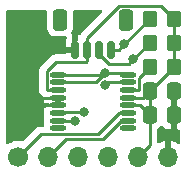
<source format=gbr>
%TF.GenerationSoftware,KiCad,Pcbnew,(6.0.5)*%
%TF.CreationDate,2022-06-11T16:37:02-05:00*%
%TF.ProjectId,ADS1219,41445331-3231-4392-9e6b-696361645f70,rev?*%
%TF.SameCoordinates,Original*%
%TF.FileFunction,Copper,L1,Top*%
%TF.FilePolarity,Positive*%
%FSLAX46Y46*%
G04 Gerber Fmt 4.6, Leading zero omitted, Abs format (unit mm)*
G04 Created by KiCad (PCBNEW (6.0.5)) date 2022-06-11 16:37:02*
%MOMM*%
%LPD*%
G01*
G04 APERTURE LIST*
G04 Aperture macros list*
%AMRoundRect*
0 Rectangle with rounded corners*
0 $1 Rounding radius*
0 $2 $3 $4 $5 $6 $7 $8 $9 X,Y pos of 4 corners*
0 Add a 4 corners polygon primitive as box body*
4,1,4,$2,$3,$4,$5,$6,$7,$8,$9,$2,$3,0*
0 Add four circle primitives for the rounded corners*
1,1,$1+$1,$2,$3*
1,1,$1+$1,$4,$5*
1,1,$1+$1,$6,$7*
1,1,$1+$1,$8,$9*
0 Add four rect primitives between the rounded corners*
20,1,$1+$1,$2,$3,$4,$5,0*
20,1,$1+$1,$4,$5,$6,$7,0*
20,1,$1+$1,$6,$7,$8,$9,0*
20,1,$1+$1,$8,$9,$2,$3,0*%
G04 Aperture macros list end*
%TA.AperFunction,SMDPad,CuDef*%
%ADD10O,1.400000X0.449999*%
%TD*%
%TA.AperFunction,SMDPad,CuDef*%
%ADD11RoundRect,0.150000X-0.150000X-0.625000X0.150000X-0.625000X0.150000X0.625000X-0.150000X0.625000X0*%
%TD*%
%TA.AperFunction,SMDPad,CuDef*%
%ADD12RoundRect,0.250000X-0.350000X-0.650000X0.350000X-0.650000X0.350000X0.650000X-0.350000X0.650000X0*%
%TD*%
%TA.AperFunction,SMDPad,CuDef*%
%ADD13RoundRect,0.250000X0.350000X0.450000X-0.350000X0.450000X-0.350000X-0.450000X0.350000X-0.450000X0*%
%TD*%
%TA.AperFunction,SMDPad,CuDef*%
%ADD14RoundRect,0.250000X0.337500X0.475000X-0.337500X0.475000X-0.337500X-0.475000X0.337500X-0.475000X0*%
%TD*%
%TA.AperFunction,ComponentPad*%
%ADD15C,1.700000*%
%TD*%
%TA.AperFunction,ComponentPad*%
%ADD16O,1.700000X1.700000*%
%TD*%
%TA.AperFunction,SMDPad,CuDef*%
%ADD17RoundRect,0.250000X-0.337500X-0.475000X0.337500X-0.475000X0.337500X0.475000X-0.337500X0.475000X0*%
%TD*%
%TA.AperFunction,ViaPad*%
%ADD18C,0.800000*%
%TD*%
%TA.AperFunction,Conductor*%
%ADD19C,0.250000*%
%TD*%
G04 APERTURE END LIST*
D10*
%TO.P,U1,1,A0*%
%TO.N,/SCL*%
X168500016Y-82180001D03*
%TO.P,U1,2,A1*%
X168500016Y-82830002D03*
%TO.P,U1,3,RESET_N*%
%TO.N,+3V3*%
X168500016Y-83480001D03*
%TO.P,U1,4,DGND*%
%TO.N,GND*%
X168500016Y-84130002D03*
%TO.P,U1,5,AVSS*%
X168500016Y-84780001D03*
%TO.P,U1,6,AIN3*%
%TO.N,/AIN3*%
X168500016Y-85430002D03*
%TO.P,U1,7,AIN2*%
%TO.N,/AIN2*%
X168500016Y-86080001D03*
%TO.P,U1,8,REFN*%
%TO.N,unconnected-(U1-Pad8)*%
X168500016Y-86730002D03*
%TO.P,U1,9,REFP*%
%TO.N,unconnected-(U1-Pad9)*%
X174400017Y-86730002D03*
%TO.P,U1,10,AIN1*%
%TO.N,/AIN1*%
X174400017Y-86080001D03*
%TO.P,U1,11,AIN0*%
%TO.N,/AIN0*%
X174400017Y-85430002D03*
%TO.P,U1,12,AVDD*%
%TO.N,+3V3*%
X174400017Y-84780001D03*
%TO.P,U1,13,DVDD*%
X174400017Y-84130002D03*
%TO.P,U1,14,DRDY_N*%
%TO.N,Net-(R2-Pad2)*%
X174400017Y-83480001D03*
%TO.P,U1,15,SDA*%
%TO.N,/SDA*%
X174400017Y-82830002D03*
%TO.P,U1,16,SCL*%
%TO.N,/SCL*%
X174400017Y-82180001D03*
%TD*%
D11*
%TO.P,J1,1,Pin_1*%
%TO.N,GND*%
X169950000Y-80065000D03*
%TO.P,J1,2,Pin_2*%
%TO.N,+3V3*%
X170950000Y-80065000D03*
%TO.P,J1,3,Pin_3*%
%TO.N,/SDA*%
X171950000Y-80065000D03*
%TO.P,J1,4,Pin_4*%
%TO.N,/SCL*%
X172950000Y-80065000D03*
D12*
%TO.P,J1,MP*%
%TO.N,N/C*%
X168650000Y-77540000D03*
X174250000Y-77540000D03*
%TD*%
D13*
%TO.P,R3,1*%
%TO.N,+3V3*%
X178292000Y-77470000D03*
%TO.P,R3,2*%
%TO.N,/SCL*%
X176292000Y-77470000D03*
%TD*%
D14*
%TO.P,C1,1*%
%TO.N,GND*%
X178329500Y-83566000D03*
%TO.P,C1,2*%
%TO.N,+3V3*%
X176254500Y-83566000D03*
%TD*%
D13*
%TO.P,R2,1*%
%TO.N,+3V3*%
X178292000Y-81534000D03*
%TO.P,R2,2*%
%TO.N,Net-(R2-Pad2)*%
X176292000Y-81534000D03*
%TD*%
%TO.P,R1,1*%
%TO.N,+3V3*%
X178292000Y-79502000D03*
%TO.P,R1,2*%
%TO.N,/SDA*%
X176292000Y-79502000D03*
%TD*%
D15*
%TO.P,J2,1,Pin_1*%
%TO.N,/AIN0*%
X165100000Y-89154000D03*
D16*
%TO.P,J2,2,Pin_2*%
%TO.N,/AIN1*%
X167640000Y-89154000D03*
%TO.P,J2,3,Pin_3*%
%TO.N,/AIN2*%
X170180000Y-89154000D03*
%TO.P,J2,4,Pin_4*%
%TO.N,/AIN3*%
X172720000Y-89154000D03*
%TO.P,J2,5,Pin_5*%
%TO.N,+3V3*%
X175260000Y-89154000D03*
%TO.P,J2,6,Pin_6*%
%TO.N,GND*%
X177800000Y-89154000D03*
%TD*%
D17*
%TO.P,C2,1*%
%TO.N,+3V3*%
X176254500Y-85598000D03*
%TO.P,C2,2*%
%TO.N,GND*%
X178329500Y-85598000D03*
%TD*%
D18*
%TO.N,GND*%
X166624000Y-84328000D03*
%TO.N,/SDA*%
X174887000Y-80907000D03*
X172466000Y-83058000D03*
%TO.N,/SCL*%
X174125000Y-79637000D03*
X172466000Y-82042000D03*
%TO.N,/AIN2*%
X169926000Y-86106000D03*
%TO.N,/AIN3*%
X170688000Y-85344000D03*
%TD*%
D19*
%TO.N,GND*%
X168500016Y-84130002D02*
X166821998Y-84130002D01*
X167076001Y-84780001D02*
X166624000Y-84328000D01*
X166821998Y-84130002D02*
X166624000Y-84328000D01*
X168500016Y-84780001D02*
X167076001Y-84780001D01*
%TO.N,+3V3*%
X167523096Y-81904904D02*
X168311080Y-81116920D01*
X176254500Y-83566000D02*
X176260000Y-83566000D01*
X176254500Y-85598000D02*
X176254500Y-83566000D01*
X170950000Y-80065000D02*
X170950000Y-79094823D01*
X170950000Y-81018000D02*
X170950000Y-80065000D01*
X176260000Y-83566000D02*
X178292000Y-81534000D01*
X177185080Y-76363080D02*
X178292000Y-77470000D01*
X175260000Y-89154000D02*
X176254500Y-88159500D01*
X178292000Y-79502000D02*
X178292000Y-77470000D01*
X175436501Y-84780001D02*
X174400017Y-84780001D01*
X168311080Y-81116920D02*
X170851080Y-81116920D01*
X173681743Y-76363080D02*
X177185080Y-76363080D01*
X167523096Y-83453081D02*
X167523096Y-81904904D01*
X175690498Y-84130002D02*
X174400017Y-84130002D01*
X176254500Y-85598000D02*
X175436501Y-84780001D01*
X176254500Y-88159500D02*
X176254500Y-85598000D01*
X170950000Y-79094823D02*
X173681743Y-76363080D01*
X176254500Y-83566000D02*
X175690498Y-84130002D01*
X178292000Y-81534000D02*
X178292000Y-79502000D01*
X168500016Y-83480001D02*
X167550016Y-83480001D01*
X167550016Y-83480001D02*
X167523096Y-83453081D01*
X170851080Y-81116920D02*
X170950000Y-81018000D01*
%TO.N,/SDA*%
X172786244Y-81280000D02*
X174514000Y-81280000D01*
X171950000Y-80443756D02*
X172786244Y-81280000D01*
X172693998Y-82830002D02*
X174400017Y-82830002D01*
X174887000Y-80907000D02*
X176292000Y-79502000D01*
X171950000Y-80065000D02*
X171950000Y-80443756D01*
X174514000Y-81280000D02*
X174887000Y-80907000D01*
X172466000Y-83058000D02*
X172693998Y-82830002D01*
%TO.N,/SCL*%
X171677998Y-82830002D02*
X172466000Y-82042000D01*
X172950000Y-80065000D02*
X173697000Y-80065000D01*
X174125000Y-79637000D02*
X176292000Y-77470000D01*
X168500016Y-82180001D02*
X172327999Y-82180001D01*
X168500016Y-82830002D02*
X171677998Y-82830002D01*
X172327999Y-82180001D02*
X172466000Y-82042000D01*
X172466000Y-82042000D02*
X174262016Y-82042000D01*
X174262016Y-82042000D02*
X174400017Y-82180001D01*
X173697000Y-80065000D02*
X174125000Y-79637000D01*
%TO.N,/AIN0*%
X167022079Y-87231921D02*
X171848079Y-87231921D01*
X171848079Y-87231921D02*
X173649998Y-85430002D01*
X173649998Y-85430002D02*
X174400017Y-85430002D01*
X165100000Y-89154000D02*
X167022079Y-87231921D01*
%TO.N,/AIN1*%
X169160159Y-87633841D02*
X172311357Y-87633841D01*
X167640000Y-89154000D02*
X169160159Y-87633841D01*
X173865197Y-86080001D02*
X174400017Y-86080001D01*
X172311357Y-87633841D02*
X173865197Y-86080001D01*
%TO.N,/AIN2*%
X169926000Y-86106000D02*
X168526015Y-86106000D01*
X168526015Y-86106000D02*
X168500016Y-86080001D01*
%TO.N,/AIN3*%
X170688000Y-85344000D02*
X168586018Y-85344000D01*
X168586018Y-85344000D02*
X168500016Y-85430002D01*
%TO.N,Net-(R2-Pad2)*%
X175350017Y-83480001D02*
X175390080Y-83439938D01*
X175390080Y-83439938D02*
X175390080Y-82435920D01*
X175390080Y-82435920D02*
X176292000Y-81534000D01*
X174400017Y-83480001D02*
X175350017Y-83480001D01*
%TD*%
%TA.AperFunction,Conductor*%
%TO.N,GND*%
G36*
X178525621Y-83332002D02*
G01*
X178572114Y-83385658D01*
X178583500Y-83438000D01*
X178583500Y-86812884D01*
X178587975Y-86828123D01*
X178589365Y-86829328D01*
X178597048Y-86830999D01*
X178689500Y-86830999D01*
X178757621Y-86851001D01*
X178804114Y-86904657D01*
X178815500Y-86956999D01*
X178815500Y-87965409D01*
X178795498Y-88033530D01*
X178741842Y-88080023D01*
X178671568Y-88090127D01*
X178611408Y-88064291D01*
X178558139Y-88022222D01*
X178549552Y-88016517D01*
X178363117Y-87913599D01*
X178353705Y-87909369D01*
X178152959Y-87838280D01*
X178142988Y-87835646D01*
X178071837Y-87822972D01*
X178058540Y-87824432D01*
X178054000Y-87838989D01*
X178054000Y-89282000D01*
X178033998Y-89350121D01*
X177980342Y-89396614D01*
X177928000Y-89408000D01*
X177672000Y-89408000D01*
X177603879Y-89387998D01*
X177557386Y-89334342D01*
X177546000Y-89282000D01*
X177546000Y-87837102D01*
X177542082Y-87823758D01*
X177527806Y-87821771D01*
X177489324Y-87827660D01*
X177479288Y-87830051D01*
X177276868Y-87896212D01*
X177267359Y-87900209D01*
X177073874Y-88000931D01*
X177072959Y-87999174D01*
X177012853Y-88016230D01*
X176944917Y-87995608D01*
X176898915Y-87941532D01*
X176888000Y-87890235D01*
X176888000Y-86852046D01*
X176908002Y-86783925D01*
X176947697Y-86744902D01*
X177060120Y-86675332D01*
X177066348Y-86671478D01*
X177087849Y-86649940D01*
X177186131Y-86551486D01*
X177191305Y-86546303D01*
X177194102Y-86541765D01*
X177251353Y-86501176D01*
X177322276Y-86497946D01*
X177383687Y-86533572D01*
X177391062Y-86542068D01*
X177399098Y-86552207D01*
X177513829Y-86666739D01*
X177525240Y-86675751D01*
X177663243Y-86760816D01*
X177676424Y-86766963D01*
X177830710Y-86818138D01*
X177844086Y-86821005D01*
X177938438Y-86830672D01*
X177944854Y-86831000D01*
X178057385Y-86831000D01*
X178072624Y-86826525D01*
X178073829Y-86825135D01*
X178075500Y-86817452D01*
X178075500Y-83438000D01*
X178095502Y-83369879D01*
X178149158Y-83323386D01*
X178201500Y-83312000D01*
X178457500Y-83312000D01*
X178525621Y-83332002D01*
G37*
%TD.AperFunction*%
%TA.AperFunction,Conductor*%
G36*
X167483881Y-76728502D02*
G01*
X167530374Y-76782158D01*
X167541346Y-76839600D01*
X167541500Y-76839600D01*
X167541500Y-78240400D01*
X167552474Y-78346166D01*
X167608450Y-78513946D01*
X167701522Y-78664348D01*
X167826697Y-78789305D01*
X167832927Y-78793145D01*
X167832928Y-78793146D01*
X167943783Y-78861478D01*
X167977262Y-78882115D01*
X167997987Y-78888989D01*
X168138611Y-78935632D01*
X168138613Y-78935632D01*
X168145139Y-78937797D01*
X168151975Y-78938497D01*
X168151978Y-78938498D01*
X168195031Y-78942909D01*
X168249600Y-78948500D01*
X169050400Y-78948500D01*
X169053646Y-78948163D01*
X169053650Y-78948163D01*
X169073187Y-78946136D01*
X169095475Y-78943823D01*
X169165295Y-78956687D01*
X169217077Y-79005258D01*
X169234380Y-79074114D01*
X169216932Y-79133289D01*
X169195352Y-79169779D01*
X169189107Y-79184210D01*
X169146731Y-79330065D01*
X169144430Y-79342667D01*
X169142193Y-79371084D01*
X169142000Y-79376014D01*
X169142000Y-79792885D01*
X169146475Y-79808124D01*
X169147865Y-79809329D01*
X169155548Y-79811000D01*
X169677885Y-79811000D01*
X169693124Y-79806525D01*
X169694329Y-79805135D01*
X169696000Y-79797452D01*
X169696000Y-78803122D01*
X169691525Y-78787883D01*
X169669616Y-78768898D01*
X169660881Y-78764910D01*
X169622494Y-78705186D01*
X169622490Y-78634189D01*
X169636128Y-78603565D01*
X169636586Y-78602823D01*
X169692115Y-78512738D01*
X169747797Y-78344861D01*
X169758500Y-78240400D01*
X169758500Y-76839600D01*
X169758741Y-76839600D01*
X169774858Y-76771950D01*
X169826039Y-76722745D01*
X169884236Y-76708500D01*
X172136229Y-76708500D01*
X172204350Y-76728502D01*
X172250843Y-76782158D01*
X172260947Y-76852432D01*
X172231453Y-76917012D01*
X172225324Y-76923595D01*
X170557747Y-78591171D01*
X170549461Y-78598711D01*
X170542982Y-78602823D01*
X170537557Y-78608600D01*
X170496357Y-78652474D01*
X170493602Y-78655316D01*
X170473865Y-78675053D01*
X170471385Y-78678250D01*
X170463682Y-78687270D01*
X170433414Y-78719502D01*
X170429595Y-78726448D01*
X170429593Y-78726451D01*
X170423652Y-78737257D01*
X170412803Y-78753773D01*
X170407118Y-78761103D01*
X170349565Y-78802673D01*
X170272400Y-78804880D01*
X170221394Y-78790061D01*
X170207294Y-78790101D01*
X170204000Y-78797370D01*
X170204000Y-79122430D01*
X170193885Y-79171275D01*
X170190855Y-79176399D01*
X170188645Y-79184007D01*
X170188643Y-79184011D01*
X170165282Y-79264422D01*
X170144438Y-79336169D01*
X170143934Y-79342574D01*
X170143933Y-79342579D01*
X170141693Y-79371042D01*
X170141500Y-79373498D01*
X170141500Y-80193000D01*
X170121498Y-80261121D01*
X170067842Y-80307614D01*
X170015500Y-80319000D01*
X169160116Y-80319000D01*
X169144877Y-80323475D01*
X169143672Y-80324865D01*
X169142001Y-80332548D01*
X169142001Y-80357420D01*
X169121999Y-80425541D01*
X169068343Y-80472034D01*
X169016001Y-80483420D01*
X168389848Y-80483420D01*
X168378665Y-80482893D01*
X168371172Y-80481218D01*
X168363246Y-80481467D01*
X168363245Y-80481467D01*
X168303082Y-80483358D01*
X168299124Y-80483420D01*
X168271224Y-80483420D01*
X168267234Y-80483924D01*
X168255400Y-80484856D01*
X168211191Y-80486246D01*
X168203575Y-80488459D01*
X168203573Y-80488459D01*
X168191732Y-80491899D01*
X168172373Y-80495908D01*
X168171063Y-80496074D01*
X168152283Y-80498446D01*
X168144917Y-80501362D01*
X168144911Y-80501364D01*
X168111178Y-80514720D01*
X168099948Y-80518565D01*
X168065097Y-80528690D01*
X168057487Y-80530901D01*
X168050664Y-80534936D01*
X168040046Y-80541215D01*
X168022293Y-80549912D01*
X168014648Y-80552939D01*
X168003463Y-80557368D01*
X167997048Y-80562029D01*
X167967692Y-80583357D01*
X167957775Y-80589871D01*
X167919718Y-80612378D01*
X167905397Y-80626699D01*
X167890364Y-80639539D01*
X167873973Y-80651448D01*
X167868922Y-80657553D01*
X167868917Y-80657558D01*
X167845781Y-80685524D01*
X167837793Y-80694302D01*
X167130843Y-81401252D01*
X167122557Y-81408792D01*
X167116078Y-81412904D01*
X167110653Y-81418681D01*
X167069453Y-81462555D01*
X167066698Y-81465397D01*
X167046961Y-81485134D01*
X167044481Y-81488331D01*
X167036778Y-81497351D01*
X167006510Y-81529583D01*
X167002691Y-81536529D01*
X167002689Y-81536532D01*
X166996748Y-81547338D01*
X166985897Y-81563857D01*
X166973482Y-81579863D01*
X166970337Y-81587132D01*
X166970334Y-81587136D01*
X166955922Y-81620441D01*
X166950705Y-81631091D01*
X166929401Y-81669844D01*
X166927430Y-81677519D01*
X166927430Y-81677520D01*
X166924363Y-81689466D01*
X166917959Y-81708170D01*
X166909915Y-81726759D01*
X166908676Y-81734582D01*
X166908673Y-81734592D01*
X166902997Y-81770428D01*
X166900591Y-81782048D01*
X166889596Y-81824874D01*
X166889596Y-81845128D01*
X166888045Y-81864838D01*
X166884876Y-81884847D01*
X166885622Y-81892739D01*
X166889037Y-81928865D01*
X166889596Y-81940723D01*
X166889596Y-83374314D01*
X166889069Y-83385497D01*
X166887394Y-83392990D01*
X166887643Y-83400916D01*
X166887643Y-83400917D01*
X166889534Y-83461067D01*
X166889596Y-83465026D01*
X166889596Y-83492937D01*
X166890093Y-83496871D01*
X166890093Y-83496872D01*
X166890101Y-83496937D01*
X166891034Y-83508774D01*
X166892423Y-83552970D01*
X166898074Y-83572420D01*
X166902083Y-83591781D01*
X166904622Y-83611878D01*
X166907541Y-83619249D01*
X166907541Y-83619251D01*
X166920900Y-83652993D01*
X166924745Y-83664223D01*
X166937078Y-83706674D01*
X166941111Y-83713493D01*
X166941113Y-83713498D01*
X166947389Y-83724109D01*
X166956084Y-83741857D01*
X166963544Y-83760698D01*
X166968206Y-83767114D01*
X166968206Y-83767115D01*
X166989532Y-83796468D01*
X166996048Y-83806388D01*
X167000377Y-83813707D01*
X167018554Y-83844443D01*
X167032875Y-83858764D01*
X167045715Y-83873797D01*
X167057624Y-83890188D01*
X167063732Y-83895241D01*
X167086216Y-83913841D01*
X167092155Y-83919077D01*
X167107683Y-83933659D01*
X167110524Y-83936413D01*
X167130247Y-83956136D01*
X167133371Y-83958559D01*
X167133375Y-83958563D01*
X167133440Y-83958613D01*
X167142461Y-83966318D01*
X167174695Y-83996587D01*
X167181643Y-84000406D01*
X167181645Y-84000408D01*
X167192448Y-84006347D01*
X167208975Y-84017203D01*
X167218714Y-84024758D01*
X167218716Y-84024759D01*
X167224976Y-84029615D01*
X167265556Y-84047175D01*
X167276204Y-84052392D01*
X167314956Y-84073696D01*
X167322632Y-84075667D01*
X167322635Y-84075668D01*
X167334578Y-84078734D01*
X167353283Y-84085138D01*
X167371871Y-84093182D01*
X167379694Y-84094421D01*
X167379704Y-84094424D01*
X167415540Y-84100100D01*
X167427159Y-84102506D01*
X167444504Y-84106959D01*
X167505511Y-84143272D01*
X167537201Y-84206803D01*
X167529513Y-84277383D01*
X167484887Y-84332601D01*
X167413172Y-84355001D01*
X167342245Y-84355001D01*
X167328714Y-84358974D01*
X167327983Y-84364057D01*
X167343435Y-84400371D01*
X167351701Y-84470885D01*
X167348084Y-84486228D01*
X167332505Y-84537664D01*
X167332385Y-84551765D01*
X167339318Y-84555002D01*
X167599794Y-84555002D01*
X167667915Y-84575004D01*
X167714408Y-84628660D01*
X167724512Y-84698934D01*
X167695018Y-84763514D01*
X167668879Y-84786374D01*
X167557433Y-84859442D01*
X167557430Y-84859444D01*
X167551310Y-84863457D01*
X167546274Y-84868773D01*
X167454498Y-84965653D01*
X167393129Y-85001351D01*
X167363026Y-85005000D01*
X167342245Y-85005000D01*
X167328714Y-85008973D01*
X167327983Y-85014056D01*
X167343131Y-85049657D01*
X167351397Y-85120171D01*
X167347047Y-85135309D01*
X167347773Y-85135529D01*
X167298194Y-85299226D01*
X167287604Y-85469939D01*
X167316569Y-85638509D01*
X167319434Y-85645243D01*
X167319435Y-85645245D01*
X167342903Y-85700397D01*
X167351170Y-85770911D01*
X167347553Y-85786254D01*
X167298194Y-85949225D01*
X167287604Y-86119938D01*
X167288844Y-86127154D01*
X167288844Y-86127156D01*
X167303098Y-86210109D01*
X167316569Y-86288508D01*
X167319432Y-86295236D01*
X167319433Y-86295240D01*
X167342904Y-86350400D01*
X167351170Y-86420913D01*
X167347553Y-86436256D01*
X167325538Y-86508944D01*
X167286649Y-86568342D01*
X167221820Y-86597286D01*
X167204948Y-86598421D01*
X167100846Y-86598421D01*
X167089663Y-86597894D01*
X167082170Y-86596219D01*
X167074244Y-86596468D01*
X167074243Y-86596468D01*
X167014093Y-86598359D01*
X167010134Y-86598421D01*
X166982223Y-86598421D01*
X166978289Y-86598918D01*
X166978288Y-86598918D01*
X166978223Y-86598926D01*
X166966386Y-86599859D01*
X166934569Y-86600859D01*
X166930108Y-86600999D01*
X166922189Y-86601248D01*
X166904533Y-86606377D01*
X166902737Y-86606899D01*
X166883385Y-86610907D01*
X166876314Y-86611801D01*
X166863282Y-86613447D01*
X166855913Y-86616364D01*
X166855911Y-86616365D01*
X166822176Y-86629721D01*
X166810948Y-86633566D01*
X166768486Y-86645903D01*
X166761664Y-86649937D01*
X166761658Y-86649940D01*
X166751047Y-86656215D01*
X166733297Y-86664911D01*
X166721835Y-86669449D01*
X166721830Y-86669452D01*
X166714462Y-86672369D01*
X166708047Y-86677030D01*
X166678704Y-86698348D01*
X166668786Y-86704864D01*
X166650098Y-86715916D01*
X166630716Y-86727379D01*
X166616392Y-86741703D01*
X166601360Y-86754542D01*
X166584972Y-86766449D01*
X166570515Y-86783925D01*
X166556791Y-86800514D01*
X166548801Y-86809294D01*
X165557345Y-87800750D01*
X165495033Y-87834776D01*
X165446154Y-87835702D01*
X165233373Y-87797800D01*
X165233367Y-87797799D01*
X165228284Y-87796894D01*
X165154452Y-87795992D01*
X165010081Y-87794228D01*
X165010079Y-87794228D01*
X165004911Y-87794165D01*
X164784091Y-87827955D01*
X164571756Y-87897357D01*
X164493455Y-87938118D01*
X164441030Y-87965409D01*
X164373607Y-88000507D01*
X164369474Y-88003610D01*
X164369471Y-88003612D01*
X164286153Y-88066169D01*
X164219668Y-88091075D01*
X164150272Y-88076083D01*
X164099999Y-88025952D01*
X164084500Y-87965409D01*
X164084500Y-76834500D01*
X164104502Y-76766379D01*
X164158158Y-76719886D01*
X164210500Y-76708500D01*
X167415760Y-76708500D01*
X167483881Y-76728502D01*
G37*
%TD.AperFunction*%
%TA.AperFunction,Conductor*%
G36*
X168670508Y-84233502D02*
G01*
X168717001Y-84287158D01*
X168727105Y-84357432D01*
X168725508Y-84366283D01*
X168725015Y-84368549D01*
X168725015Y-84570503D01*
X168705013Y-84638624D01*
X168651357Y-84685117D01*
X168599015Y-84696503D01*
X168397645Y-84696503D01*
X168329524Y-84676501D01*
X168283031Y-84622845D01*
X168272927Y-84552571D01*
X168274524Y-84543720D01*
X168275017Y-84541454D01*
X168275017Y-84355001D01*
X168275570Y-84355001D01*
X168275571Y-84303998D01*
X168313956Y-84244273D01*
X168378538Y-84214782D01*
X168396466Y-84213500D01*
X168602387Y-84213500D01*
X168670508Y-84233502D01*
G37*
%TD.AperFunction*%
%TD*%
M02*

</source>
